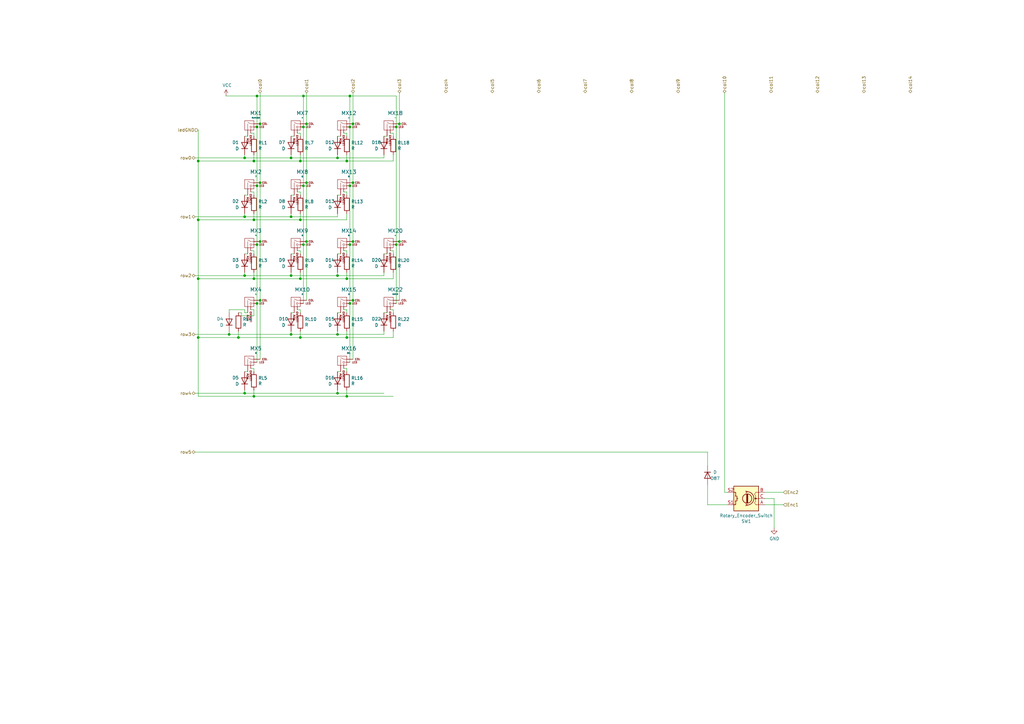
<source format=kicad_sch>
(kicad_sch (version 20250114) (generator "eeschema") (generator_version "9.0")
  (paper "A3")
  (lib_symbols
    (symbol "Device:D" (pin_numbers (hide yes)) (pin_names (offset 1.016) (hide yes))
      (property "Reference" "D" (at 0 2.54 0))
      (property "Value" "D" (at 0 -2.54 0))
      (symbol "D_0_1"
        (polyline (pts (xy -1.27 1.27) (xy -1.27 -1.27)) (stroke (width 0.254)))
        (polyline (pts (xy 1.27 1.27) (xy 1.27 -1.27) (xy -1.27 0) (xy 1.27 1.27)) (stroke (width 0.254)))
        (polyline (pts (xy 1.27 0) (xy -1.27 0)))
      )
      (symbol "D_1_1"
        (pin passive line (at -3.81 0 0) (length 2.54) (name "K") (number "1"))
        (pin passive line (at 3.81 0 180) (length 2.54) (name "A") (number "2"))
      )
    )
    (symbol "Device:R" (pin_numbers (hide yes)) (pin_names (offset 0))
      (property "Reference" "R" (at 2.032 0 90))
      (property "Value" "R" (at 0 0 90))
      (symbol "R_0_1"
        (rectangle (start -1.016 -2.54) (end 1.016 2.54) (stroke (width 0.254)))
      )
      (symbol "R_1_1"
        (pin passive line (at 0 3.81 270) (length 1.27) (name "~") (number "1"))
        (pin passive line (at 0 -3.81 90) (length 1.27) (name "~") (number "2"))
      )
    )
    (symbol "ai03-schematic_library:MX-LED" (pin_names (offset 1.016))
      (property "Reference" "MX" (at -0.635 3.81 0))
      (property "Value" "MX-LED" (at -0.635 1.27 0))
      (symbol "MX-LED_0_0"
        (rectangle (start -2.54 2.54) (end 1.27 -1.27))
        (polyline (pts (xy -1.27 -1.27) (xy -1.27 1.27)) (stroke (width 0.127)))
        (circle (center 0 0) (radius 0.3556) (stroke (width 0.127)))
        (polyline (pts (xy 0 -1.27) (xy 0 -0.635)) (stroke (width 0.127)))
        (polyline (pts (xy 1.27 1.27) (xy 0 1.27) (xy -1.27 1.905)) (stroke (width 0.127)))
        (polyline (pts (xy 1.27 0) (xy 0.635 0)) (stroke (width 0.127)))
        (text "ROW" (at -1.27 -4.445 900) (effects (font (size 0.762 0.762)) (justify right)))
        (text "LED" (at 4.445 0 0) (effects (font (size 0.762 0.762))))
        (text "COL" (at 5.715 1.27 0) (effects (font (size 0.762 0.762))))
      )
      (symbol "MX-LED_1_0"
        (text "LEDGND" (at 0 -3.175 900) (effects (font (size 0.762 0.762)) (justify right)))
      )
      (symbol "MX-LED_1_1"
        (pin passive line (at -1.27 -3.81 90) (length 2.54) (name "ROW") (number "2"))
        (pin passive line (at 0 -2.54 90) (length 1.27) (name "LEDGND") (number "4"))
        (pin input line (at 2.54 0 180) (length 1.27) (name "LED") (number "3"))
        (pin passive line (at 3.81 1.27 180) (length 2.54) (name "COL") (number "1"))
      )
    )
    (symbol "keeb-comps:Rotary_Encoder_Switch" (pin_names (offset 0.254) (hide yes))
      (property "Reference" "SW1" (at 0 9.3218 0))
      (property "Value" "Rotary_Encoder_Switch" (at 0 7.0104 0))
      (symbol "Rotary_Encoder_Switch_0_1"
        (rectangle (start -5.08 5.08) (end 5.08 -5.08) (stroke (width 0.254)) (fill (type background)))
        (polyline (pts (xy -5.08 2.54) (xy -3.81 2.54) (xy -3.81 2.032)))
        (polyline (pts (xy -5.08 0) (xy -3.81 0) (xy -3.81 -1.016) (xy -3.302 -2.032)))
        (polyline (pts (xy -5.08 -2.54) (xy -3.81 -2.54) (xy -3.81 -2.032)))
        (polyline (pts (xy -4.318 0) (xy -3.81 0) (xy -3.81 1.016) (xy -3.302 2.032)))
        (circle (center -3.81 0) (radius 0.254) (fill (type outline)))
        (polyline (pts (xy -0.635 -1.778) (xy -0.635 1.778)) (stroke (width 0.254)))
        (circle (center -0.381 0) (radius 1.905) (stroke (width 0.254)))
        (polyline (pts (xy -0.381 -1.778) (xy -0.381 1.778)) (stroke (width 0.254)))
        (arc (start -0.381 -2.794) (mid -3.0988 -0.0635) (end -0.381 2.667) (stroke (width 0.254)))
        (polyline (pts (xy -0.127 1.778) (xy -0.127 -1.778)) (stroke (width 0.254)))
        (polyline (pts (xy 0.254 2.921) (xy -0.508 2.667) (xy 0.127 2.286)) (stroke (width 0.254)))
        (polyline (pts (xy 0.254 -3.048) (xy -0.508 -2.794) (xy 0.127 -2.413)) (stroke (width 0.254)))
        (polyline (pts (xy 3.81 1.016) (xy 3.81 -1.016)) (stroke (width 0.254)))
        (polyline (pts (xy 3.81 0) (xy 3.429 0)) (stroke (width 0.254)))
        (circle (center 4.318 1.016) (radius 0.127) (stroke (width 0.254)))
        (circle (center 4.318 -1.016) (radius 0.127) (stroke (width 0.254)))
        (polyline (pts (xy 5.08 2.54) (xy 4.318 2.54) (xy 4.318 1.016)) (stroke (width 0.254)))
        (polyline (pts (xy 5.08 -2.54) (xy 4.318 -2.54) (xy 4.318 -1.016)) (stroke (width 0.254)))
      )
      (symbol "Rotary_Encoder_Switch_1_1"
        (pin passive line (at -7.62 2.54 0) (length 2.54) (name "A") (number "A"))
        (pin passive line (at -7.62 0 0) (length 2.54) (name "C") (number "C"))
        (pin passive line (at -7.62 -2.54 0) (length 2.54) (name "B") (number "B"))
        (pin passive line (at 7.62 2.54 180) (length 2.54) (name "S1") (number "S1"))
        (pin passive line (at 7.62 -2.54 180) (length 2.54) (name "S2") (number "S2"))
      )
    )
    (symbol "power:GND" (power) (pin_names (offset 0))
      (property "Value" "GND" (at 0 -3.81 0))
      (symbol "GND_0_1"
        (polyline (pts (xy 0 0) (xy 0 -1.27) (xy 1.27 -1.27) (xy 0 -2.54) (xy -1.27 -1.27) (xy 0 -1.27)))
      )
      (symbol "GND_1_1"
        (pin power_in line (at 0 0 270) (length 0) (hide yes) (name "GND") (number "1"))
      )
    )
    (symbol "power:VCC" (power) (pin_names (offset 0))
      (property "Value" "VCC" (at 0 3.81 0))
      (symbol "VCC_0_1"
        (polyline (pts (xy -0.762 1.27) (xy 0 2.54)))
        (polyline (pts (xy 0 2.54) (xy 0.762 1.27)))
        (polyline (pts (xy 0 0) (xy 0 2.54)))
      )
      (symbol "VCC_1_1"
        (pin power_in line (at 0 0 90) (length 0) (hide yes) (name "VCC") (number "1"))
      )
    )
  )
  (junction (at 119.38 88.9))
  (junction (at 142.24 138.43))
  (junction (at 105.41 100.33))
  (junction (at 142.24 66.04))
  (junction (at 81.28 138.43))
  (junction (at 138.43 113.03))
  (junction (at 123.19 114.3))
  (junction (at 105.41 76.2))
  (junction (at 81.28 66.04))
  (junction (at 142.24 162.56))
  (junction (at 143.51 39.37))
  (junction (at 100.33 64.77))
  (junction (at 106.68 99.06))
  (junction (at 119.38 113.03))
  (junction (at 144.78 74.93))
  (junction (at 138.43 64.77))
  (junction (at 123.19 90.17))
  (junction (at 163.83 50.8))
  (junction (at 105.41 52.07))
  (junction (at 143.51 52.07))
  (junction (at 143.51 100.33))
  (junction (at 144.78 50.8))
  (junction (at 123.19 138.43))
  (junction (at 106.68 74.93))
  (junction (at 125.73 74.93))
  (junction (at 162.56 52.07))
  (junction (at 143.51 76.2))
  (junction (at 104.14 162.56))
  (junction (at 100.33 88.9))
  (junction (at 119.38 64.77))
  (junction (at 125.73 50.8))
  (junction (at 119.38 137.16))
  (junction (at 106.68 123.19))
  (junction (at 106.68 50.8))
  (junction (at 124.46 76.2))
  (junction (at 143.51 124.46))
  (junction (at 163.83 99.06))
  (junction (at 144.78 123.19))
  (junction (at 124.46 100.33))
  (junction (at 100.33 113.03))
  (junction (at 104.14 90.17))
  (junction (at 142.24 114.3))
  (junction (at 124.46 52.07))
  (junction (at 93.98 137.16))
  (junction (at 123.19 66.04))
  (junction (at 97.79 138.43))
  (junction (at 125.73 99.06))
  (junction (at 105.41 124.46))
  (junction (at 81.28 114.3))
  (junction (at 105.41 39.37))
  (junction (at 138.43 161.29))
  (junction (at 104.14 66.04))
  (junction (at 100.33 161.29))
  (junction (at 104.14 114.3))
  (junction (at 162.56 100.33))
  (junction (at 144.78 99.06))
  (junction (at 124.46 39.37))
  (junction (at 81.28 90.17))
  (junction (at 138.43 137.16))
  (wire (pts (xy 138.43 55.88) (xy 139.7 55.88)))
  (wire (pts (xy 80.01 137.16) (xy 93.98 137.16)))
  (wire (pts (xy 121.92 54.61) (xy 123.19 54.61)))
  (wire (pts (xy 124.46 39.37) (xy 124.46 52.07)))
  (wire (pts (xy 123.19 127) (xy 123.19 128.27)))
  (wire (pts (xy 106.68 123.19) (xy 106.68 147.32)))
  (wire (pts (xy 100.33 128.27) (xy 100.33 127)))
  (wire (pts (xy 321.31 207.01) (xy 313.69 207.01)))
  (wire (pts (xy 100.33 55.88) (xy 101.6 55.88)))
  (wire (pts (xy 142.24 160.02) (xy 142.24 162.56)))
  (wire (pts (xy 142.24 78.74) (xy 142.24 80.01)))
  (wire (pts (xy 142.24 111.76) (xy 142.24 114.3)))
  (wire (pts (xy 123.19 90.17) (xy 142.24 90.17)))
  (wire (pts (xy 104.14 54.61) (xy 104.14 55.88)))
  (wire (pts (xy 81.28 90.17) (xy 104.14 90.17)))
  (wire (pts (xy 142.24 54.61) (xy 142.24 55.88)))
  (wire (pts (xy 104.14 66.04) (xy 123.19 66.04)))
  (wire (pts (xy 106.68 38.1) (xy 106.68 50.8)))
  (wire (pts (xy 104.14 90.17) (xy 123.19 90.17)))
  (wire (pts (xy 138.43 152.4) (xy 139.7 152.4)))
  (wire (pts (xy 119.38 104.14) (xy 120.65 104.14)))
  (wire (pts (xy 297.18 38.1) (xy 297.18 201.93)))
  (wire (pts (xy 290.195 207.01) (xy 298.45 207.01)))
  (wire (pts (xy 104.14 102.87) (xy 104.14 104.14)))
  (wire (pts (xy 138.43 80.01) (xy 139.7 80.01)))
  (wire (pts (xy 119.38 55.88) (xy 120.65 55.88)))
  (wire (pts (xy 119.38 128.27) (xy 120.65 128.27)))
  (wire (pts (xy 142.24 127) (xy 142.24 128.27)))
  (wire (pts (xy 321.31 201.93) (xy 313.69 201.93)))
  (wire (pts (xy 143.51 124.46) (xy 143.51 148.59)))
  (wire (pts (xy 138.43 135.89) (xy 138.43 137.16)))
  (wire (pts (xy 119.38 88.9) (xy 138.43 88.9)))
  (wire (pts (xy 81.28 162.56) (xy 104.14 162.56)))
  (wire (pts (xy 102.87 78.74) (xy 104.14 78.74)))
  (wire (pts (xy 144.78 38.1) (xy 144.78 50.8)))
  (wire (pts (xy 97.79 135.89) (xy 97.79 138.43)))
  (wire (pts (xy 121.92 127) (xy 123.19 127)))
  (wire (pts (xy 142.24 102.87) (xy 142.24 104.14)))
  (wire (pts (xy 81.28 138.43) (xy 97.79 138.43)))
  (wire (pts (xy 105.41 52.07) (xy 105.41 39.37)))
  (wire (pts (xy 138.43 87.63) (xy 138.43 88.9)))
  (wire (pts (xy 106.68 74.93) (xy 106.68 99.06)))
  (wire (pts (xy 123.19 114.3) (xy 142.24 114.3)))
  (wire (pts (xy 144.78 50.8) (xy 144.78 74.93)))
  (wire (pts (xy 157.48 137.16) (xy 157.48 135.89)))
  (wire (pts (xy 104.14 114.3) (xy 123.19 114.3)))
  (wire (pts (xy 163.83 99.06) (xy 163.83 123.19)))
  (wire (pts (xy 81.28 53.34) (xy 81.28 66.04)))
  (wire (pts (xy 100.33 88.9) (xy 119.38 88.9)))
  (wire (pts (xy 123.19 78.74) (xy 123.19 80.01)))
  (wire (pts (xy 81.28 90.17) (xy 81.28 114.3)))
  (wire (pts (xy 100.33 80.01) (xy 101.6 80.01)))
  (wire (pts (xy 102.87 151.13) (xy 104.14 151.13)))
  (wire (pts (xy 157.48 104.14) (xy 158.75 104.14)))
  (wire (pts (xy 119.38 87.63) (xy 119.38 88.9)))
  (wire (pts (xy 290.195 185.42) (xy 290.195 191.135)))
  (wire (pts (xy 124.46 76.2) (xy 124.46 100.33)))
  (wire (pts (xy 81.28 66.04) (xy 104.14 66.04)))
  (wire (pts (xy 157.48 128.27) (xy 158.75 128.27)))
  (wire (pts (xy 143.51 39.37) (xy 143.51 52.07)))
  (wire (pts (xy 119.38 111.76) (xy 119.38 113.03)))
  (wire (pts (xy 104.14 127) (xy 104.14 129.54)))
  (wire (pts (xy 142.24 63.5) (xy 142.24 66.04)))
  (wire (pts (xy 138.43 128.27) (xy 139.7 128.27)))
  (wire (pts (xy 102.87 102.87) (xy 104.14 102.87)))
  (wire (pts (xy 162.56 39.37) (xy 162.56 52.07)))
  (wire (pts (xy 160.02 102.87) (xy 161.29 102.87)))
  (wire (pts (xy 143.51 100.33) (xy 143.51 124.46)))
  (wire (pts (xy 123.19 66.04) (xy 142.24 66.04)))
  (wire (pts (xy 144.78 123.19) (xy 144.78 147.32)))
  (wire (pts (xy 125.73 50.8) (xy 125.73 74.93)))
  (wire (pts (xy 313.69 204.47) (xy 317.5 204.47)))
  (wire (pts (xy 163.83 38.1) (xy 163.83 50.8)))
  (wire (pts (xy 142.24 135.89) (xy 142.24 138.43)))
  (wire (pts (xy 121.92 78.74) (xy 123.19 78.74)))
  (wire (pts (xy 161.29 102.87) (xy 161.29 104.14)))
  (wire (pts (xy 100.33 160.02) (xy 100.33 161.29)))
  (wire (pts (xy 290.195 198.755) (xy 290.195 207.01)))
  (wire (pts (xy 119.38 137.16) (xy 138.43 137.16)))
  (wire (pts (xy 123.19 111.76) (xy 123.19 114.3)))
  (wire (pts (xy 119.38 80.01) (xy 120.65 80.01)))
  (wire (pts (xy 144.78 99.06) (xy 144.78 123.19)))
  (wire (pts (xy 123.19 135.89) (xy 123.19 138.43)))
  (wire (pts (xy 123.19 63.5) (xy 123.19 66.04)))
  (wire (pts (xy 157.48 55.88) (xy 158.75 55.88)))
  (wire (pts (xy 143.51 39.37) (xy 162.56 39.37)))
  (wire (pts (xy 80.01 88.9) (xy 100.33 88.9)))
  (wire (pts (xy 104.14 160.02) (xy 104.14 162.56)))
  (wire (pts (xy 140.97 54.61) (xy 142.24 54.61)))
  (wire (pts (xy 100.33 64.77) (xy 119.38 64.77)))
  (wire (pts (xy 119.38 63.5) (xy 119.38 64.77)))
  (wire (pts (xy 161.29 54.61) (xy 161.29 55.88)))
  (wire (pts (xy 104.14 111.76) (xy 104.14 114.3)))
  (wire (pts (xy 123.19 138.43) (xy 142.24 138.43)))
  (wire (pts (xy 100.33 87.63) (xy 100.33 88.9)))
  (wire (pts (xy 104.14 78.74) (xy 104.14 80.01)))
  (wire (pts (xy 124.46 39.37) (xy 143.51 39.37)))
  (wire (pts (xy 99.06 128.27) (xy 99.06 129.54)))
  (wire (pts (xy 93.98 127) (xy 93.98 128.27)))
  (wire (pts (xy 138.43 111.76) (xy 138.43 113.03)))
  (wire (pts (xy 140.97 102.87) (xy 142.24 102.87)))
  (wire (pts (xy 157.48 63.5) (xy 157.48 64.77)))
  (wire (pts (xy 106.68 99.06) (xy 106.68 123.19)))
  (wire (pts (xy 142.24 138.43) (xy 161.29 138.43)))
  (wire (pts (xy 142.24 87.63) (xy 142.24 90.17)))
  (wire (pts (xy 105.41 52.07) (xy 105.41 76.2)))
  (wire (pts (xy 102.87 54.61) (xy 104.14 54.61)))
  (wire (pts (xy 142.24 162.56) (xy 161.29 162.56)))
  (wire (pts (xy 104.14 63.5) (xy 104.14 66.04)))
  (wire (pts (xy 93.98 135.89) (xy 93.98 137.16)))
  (wire (pts (xy 119.38 113.03) (xy 138.43 113.03)))
  (wire (pts (xy 142.24 66.04) (xy 161.29 66.04)))
  (wire (pts (xy 142.24 151.13) (xy 142.24 152.4)))
  (wire (pts (xy 138.43 160.02) (xy 138.43 161.29)))
  (wire (pts (xy 140.97 151.13) (xy 142.24 151.13)))
  (wire (pts (xy 100.33 127) (xy 93.98 127)))
  (wire (pts (xy 93.98 137.16) (xy 119.38 137.16)))
  (wire (pts (xy 80.01 161.29) (xy 100.33 161.29)))
  (wire (pts (xy 123.19 102.87) (xy 123.19 104.14)))
  (wire (pts (xy 100.33 111.76) (xy 100.33 113.03)))
  (wire (pts (xy 105.41 76.2) (xy 105.41 100.33)))
  (wire (pts (xy 138.43 137.16) (xy 157.48 137.16)))
  (wire (pts (xy 138.43 113.03) (xy 157.48 113.03)))
  (wire (pts (xy 124.46 52.07) (xy 124.46 76.2)))
  (wire (pts (xy 99.06 129.54) (xy 104.14 129.54)))
  (wire (pts (xy 143.51 76.2) (xy 143.51 100.33)))
  (wire (pts (xy 81.28 66.04) (xy 81.28 90.17)))
  (wire (pts (xy 119.38 135.89) (xy 119.38 137.16)))
  (wire (pts (xy 80.01 185.42) (xy 290.195 185.42)))
  (wire (pts (xy 102.87 127) (xy 104.14 127)))
  (wire (pts (xy 92.71 39.37) (xy 105.41 39.37)))
  (wire (pts (xy 97.79 128.27) (xy 99.06 128.27)))
  (wire (pts (xy 138.43 161.29) (xy 157.48 161.29)))
  (wire (pts (xy 100.33 152.4) (xy 101.6 152.4)))
  (wire (pts (xy 100.33 63.5) (xy 100.33 64.77)))
  (wire (pts (xy 80.01 113.03) (xy 100.33 113.03)))
  (wire (pts (xy 162.56 52.07) (xy 162.56 100.33)))
  (wire (pts (xy 162.56 100.33) (xy 162.56 124.46)))
  (wire (pts (xy 125.73 99.06) (xy 125.73 123.19)))
  (wire (pts (xy 138.43 63.5) (xy 138.43 64.77)))
  (wire (pts (xy 119.38 64.77) (xy 138.43 64.77)))
  (wire (pts (xy 163.83 50.8) (xy 163.83 99.06)))
  (wire (pts (xy 125.73 74.93) (xy 125.73 99.06)))
  (wire (pts (xy 97.79 138.43) (xy 123.19 138.43)))
  (wire (pts (xy 105.41 100.33) (xy 105.41 124.46)))
  (wire (pts (xy 160.02 54.61) (xy 161.29 54.61)))
  (wire (pts (xy 100.33 104.14) (xy 101.6 104.14)))
  (wire (pts (xy 317.5 204.47) (xy 317.5 216.535)))
  (wire (pts (xy 123.19 87.63) (xy 123.19 90.17)))
  (wire (pts (xy 105.41 124.46) (xy 105.41 148.59)))
  (wire (pts (xy 123.19 54.61) (xy 123.19 55.88)))
  (wire (pts (xy 100.33 113.03) (xy 119.38 113.03)))
  (wire (pts (xy 80.01 64.77) (xy 100.33 64.77)))
  (wire (pts (xy 161.29 63.5) (xy 161.29 66.04)))
  (wire (pts (xy 140.97 78.74) (xy 142.24 78.74)))
  (wire (pts (xy 105.41 39.37) (xy 124.46 39.37)))
  (wire (pts (xy 160.02 127) (xy 161.29 127)))
  (wire (pts (xy 81.28 114.3) (xy 104.14 114.3)))
  (wire (pts (xy 161.29 138.43) (xy 161.29 135.89)))
  (wire (pts (xy 143.51 52.07) (xy 143.51 76.2)))
  (wire (pts (xy 161.29 127) (xy 161.29 128.27)))
  (wire (pts (xy 138.43 64.77) (xy 157.48 64.77)))
  (wire (pts (xy 297.18 201.93) (xy 298.45 201.93)))
  (wire (pts (xy 161.29 111.76) (xy 161.29 114.3)))
  (wire (pts (xy 121.92 102.87) (xy 123.19 102.87)))
  (wire (pts (xy 124.46 100.33) (xy 124.46 124.46)))
  (wire (pts (xy 106.68 50.8) (xy 106.68 74.93)))
  (wire (pts (xy 138.43 104.14) (xy 139.7 104.14)))
  (wire (pts (xy 100.33 128.27) (xy 101.6 128.27)))
  (wire (pts (xy 144.78 74.93) (xy 144.78 99.06)))
  (wire (pts (xy 104.14 151.13) (xy 104.14 152.4)))
  (wire (pts (xy 104.14 162.56) (xy 142.24 162.56)))
  (wire (pts (xy 100.33 161.29) (xy 138.43 161.29)))
  (wire (pts (xy 142.24 114.3) (xy 161.29 114.3)))
  (wire (pts (xy 157.48 111.76) (xy 157.48 113.03)))
  (wire (pts (xy 140.97 127) (xy 142.24 127)))
  (wire (pts (xy 81.28 114.3) (xy 81.28 138.43)))
  (wire (pts (xy 81.28 138.43) (xy 81.28 162.56)))
  (wire (pts (xy 104.14 87.63) (xy 104.14 90.17)))
  (wire (pts (xy 125.73 38.1) (xy 125.73 50.8)))
  (hierarchical_label "ledGND" (shape input) (at 81.28 53.34 180))
  (hierarchical_label "Enc2" (shape input) (at 321.31 201.93 0))
  (hierarchical_label "col13" (shape tri_state) (at 354.33 38.1 90))
  (hierarchical_label "col10" (shape tri_state) (at 297.18 38.1 90))
  (hierarchical_label "col4" (shape tri_state) (at 182.88 38.1 90))
  (hierarchical_label "col0" (shape tri_state) (at 106.68 38.1 90))
  (hierarchical_label "col6" (shape tri_state) (at 220.98 38.1 90))
  (hierarchical_label "col2" (shape tri_state) (at 144.78 38.1 90))
  (hierarchical_label "col9" (shape tri_state) (at 278.13 38.1 90))
  (hierarchical_label "row3" (shape tri_state) (at 80.01 137.16 180))
  (hierarchical_label "row2" (shape tri_state) (at 80.01 113.03 180))
  (hierarchical_label "col14" (shape tri_state) (at 373.38 38.1 90))
  (hierarchical_label "col5" (shape tri_state) (at 201.93 38.1 90))
  (hierarchical_label "row1" (shape tri_state) (at 80.01 88.9 180))
  (hierarchical_label "col8" (shape tri_state) (at 259.08 38.1 90))
  (hierarchical_label "Enc1" (shape input) (at 321.31 207.01 0))
  (hierarchical_label "col1" (shape tri_state) (at 125.73 38.1 90))
  (hierarchical_label "row0" (shape tri_state) (at 80.01 64.77 180))
  (hierarchical_label "col11" (shape tri_state) (at 316.23 38.1 90))
  (hierarchical_label "col7" (shape tri_state) (at 240.03 38.1 90))
  (hierarchical_label "col12" (shape tri_state) (at 335.28 38.1 90))
  (hierarchical_label "col3" (shape tri_state) (at 163.83 38.1 90))
  (hierarchical_label "row4" (shape tri_state) (at 80.01 161.29 180))
  (hierarchical_label "row5" (shape bidirectional) (at 80.01 185.42 180))
  (symbol (lib_id "ai03-schematic_library:MX-LED") (at 102.87 52.07 0) (unit 1)
    (property "Reference" "MX1" (at 104.9528 46.3804 0) (effects (font (size 1.524 1.524))))
    (property "Value" "NumLock" (at 104.9528 48.2854 0) (effects (font (size 0.508 0.508))))
    (property "Footprint" "ai03-MX_only:MXOnly-1U-Hotswap-Antishear-Led-SMD" (effects (hide yes)))
  )
  (symbol (lib_id "ai03-schematic_library:MX-LED") (at 121.92 52.07 0) (unit 1)
    (property "Reference" "MX7" (at 124.0028 46.4058 0) (effects (font (size 1.524 1.524))))
    (property "Value" "÷" (at 124.0028 48.2854 0) (effects (font (size 0.508 0.508))))
    (property "Footprint" "ai03-MX_only:MXOnly-1U-Hotswap-Antishear-Led-SMD" (effects (hide yes)))
  )
  (symbol (lib_id "ai03-schematic_library:MX-LED") (at 140.97 52.07 0) (unit 1)
    (property "Reference" "MX12" (at 143.0528 46.4058 0) (effects (font (size 1.524 1.524))))
    (property "Value" "×" (at 143.0528 48.2854 0) (effects (font (size 0.508 0.508))))
    (property "Footprint" "ai03-MX_only:MXOnly-1U-Hotswap-Antishear-Led-SMD" (effects (hide yes)))
  )
  (symbol (lib_id "ai03-schematic_library:MX-LED") (at 160.02 52.07 0) (unit 1)
    (property "Reference" "MX18" (at 162.1028 46.4058 0) (effects (font (size 1.524 1.524))))
    (property "Value" "-" (at 162.1028 48.2854 0) (effects (font (size 0.508 0.508))))
    (property "Footprint" "ai03-MX_only:MXOnly-1U-Hotswap-Antishear-Led-SMD" (effects (hide yes)))
  )
  (symbol (lib_id "Device:R") (at 104.14 156.21 0) (unit 1)
    (property "Reference" "RL5" (at 105.918 155.067 0) (effects (justify left)))
    (property "Value" "R" (at 105.918 157.353 0) (effects (justify left)))
    (property "Footprint" "Resistor_SMD:R_0603_1608Metric" (effects (hide yes)))
  )
  (symbol (lib_id "Device:D") (at 100.33 156.21 90) (unit 1)
    (property "Reference" "D5" (at 95.25 154.94 90) (effects (justify right)))
    (property "Value" "D" (at 96.52 157.48 90) (effects (justify right)))
    (property "Footprint" "Diode_SMD:D_SOD-123" (effects (hide yes)))
  )
  (symbol (lib_id "ai03-schematic_library:MX-LED") (at 102.87 148.59 0) (unit 1)
    (property "Reference" "MX5" (at 104.9528 142.9258 0) (effects (font (size 1.524 1.524))))
    (property "Value" "0" (at 104.9528 144.8054 0) (effects (font (size 0.508 0.508))))
    (property "Footprint" "ai03-MX_only:MXOnly-2U-Hotswap-Antishear-Led-SMD" (effects (hide yes)))
  )
  (symbol (lib_id "Device:D") (at 100.33 59.69 90) (unit 1)
    (property "Reference" "D1" (at 95.25 58.42 90) (effects (justify right)))
    (property "Value" "D" (at 96.52 60.96 90) (effects (justify right)))
    (property "Footprint" "Diode_SMD:D_SOD-123" (effects (hide yes)))
  )
  (symbol (lib_id "Device:R") (at 104.14 59.69 0) (unit 1)
    (property "Reference" "RL1" (at 105.918 58.547 0) (effects (justify left)))
    (property "Value" "R" (at 105.918 60.833 0) (effects (justify left)))
    (property "Footprint" "Resistor_SMD:R_0603_1608Metric" (effects (hide yes)))
  )
  (symbol (lib_id "Device:R") (at 123.19 59.69 0) (unit 1)
    (property "Reference" "RL7" (at 124.968 58.547 0) (effects (justify left)))
    (property "Value" "R" (at 124.968 60.833 0) (effects (justify left)))
    (property "Footprint" "Resistor_SMD:R_0603_1608Metric" (effects (hide yes)))
  )
  (symbol (lib_id "Device:D") (at 119.38 59.69 90) (unit 1)
    (property "Reference" "D7" (at 114.3 58.42 90) (effects (justify right)))
    (property "Value" "D" (at 115.57 60.96 90) (effects (justify right)))
    (property "Footprint" "Diode_SMD:D_SOD-123" (effects (hide yes)))
  )
  (symbol (lib_id "Device:R") (at 142.24 59.69 0) (unit 1)
    (property "Reference" "RL12" (at 144.018 58.547 0) (effects (justify left)))
    (property "Value" "R" (at 144.018 60.833 0) (effects (justify left)))
    (property "Footprint" "Resistor_SMD:R_0603_1608Metric" (effects (hide yes)))
  )
  (symbol (lib_id "Device:D") (at 138.43 59.69 90) (unit 1)
    (property "Reference" "D12" (at 133.35 58.42 90) (effects (justify right)))
    (property "Value" "D" (at 134.62 60.96 90) (effects (justify right)))
    (property "Footprint" "Diode_SMD:D_SOD-123" (effects (hide yes)))
  )
  (symbol (lib_id "Device:R") (at 161.29 59.69 0) (unit 1)
    (property "Reference" "RL18" (at 163.068 58.547 0) (effects (justify left)))
    (property "Value" "R" (at 163.068 60.833 0) (effects (justify left)))
    (property "Footprint" "Resistor_SMD:R_0603_1608Metric" (effects (hide yes)))
  )
  (symbol (lib_id "Device:D") (at 157.48 59.69 90) (unit 1)
    (property "Reference" "D18" (at 152.4 58.42 90) (effects (justify right)))
    (property "Value" "D" (at 153.67 60.96 90) (effects (justify right)))
    (property "Footprint" "Diode_SMD:D_SOD-123" (effects (hide yes)))
  )
  (symbol (lib_id "power:VCC") (at 92.71 39.37 0) (unit 1)
    (property "Reference" "#PWR0124" (effects (hide yes)))
    (property "Value" "VCC" (at 93.1418 34.9758 0))
  )
  (symbol (lib_id "ai03-schematic_library:MX-LED") (at 140.97 76.2 0) (unit 1)
    (property "Reference" "MX13" (at 143.0528 70.5358 0) (effects (font (size 1.524 1.524))))
    (property "Value" "9" (at 143.0528 72.4154 0) (effects (font (size 0.508 0.508))))
    (property "Footprint" "ai03-MX_only:MXOnly-1U-Hotswap-Antishear-Led-SMD" (effects (hide yes)))
  )
  (symbol (lib_id "ai03-schematic_library:MX-LED") (at 102.87 76.2 0) (unit 1)
    (property "Reference" "MX2" (at 104.9528 70.5104 0) (effects (font (size 1.524 1.524))))
    (property "Value" "7" (at 104.9528 72.4154 0) (effects (font (size 0.508 0.508))))
    (property "Footprint" "ai03-MX_only:MXOnly-1U-Hotswap-Antishear-Led-SMD" (effects (hide yes)))
  )
  (symbol (lib_id "ai03-schematic_library:MX-LED") (at 121.92 76.2 0) (unit 1)
    (property "Reference" "MX8" (at 124.0028 70.5358 0) (effects (font (size 1.524 1.524))))
    (property "Value" "8" (at 124.0028 72.4154 0) (effects (font (size 0.508 0.508))))
    (property "Footprint" "ai03-MX_only:MXOnly-1U-Hotswap-Antishear-Led-SMD" (effects (hide yes)))
  )
  (symbol (lib_id "Device:D") (at 119.38 83.82 90) (unit 1)
    (property "Reference" "D8" (at 114.3 82.55 90) (effects (justify right)))
    (property "Value" "D" (at 115.57 85.09 90) (effects (justify right)))
    (property "Footprint" "Diode_SMD:D_SOD-123" (effects (hide yes)))
  )
  (symbol (lib_id "Device:R") (at 104.14 83.82 0) (unit 1)
    (property "Reference" "RL2" (at 105.918 82.677 0) (effects (justify left)))
    (property "Value" "R" (at 105.918 84.963 0) (effects (justify left)))
    (property "Footprint" "Resistor_SMD:R_0603_1608Metric" (effects (hide yes)))
  )
  (symbol (lib_id "Device:D") (at 138.43 83.82 90) (unit 1)
    (property "Reference" "D13" (at 133.35 82.55 90) (effects (justify right)))
    (property "Value" "D" (at 134.62 85.09 90) (effects (justify right)))
    (property "Footprint" "Diode_SMD:D_SOD-123" (effects (hide yes)))
  )
  (symbol (lib_id "Device:R") (at 123.19 83.82 0) (unit 1)
    (property "Reference" "RL8" (at 124.968 82.677 0) (effects (justify left)))
    (property "Value" "R" (at 124.968 84.963 0) (effects (justify left)))
    (property "Footprint" "Resistor_SMD:R_0603_1608Metric" (effects (hide yes)))
  )
  (symbol (lib_id "Device:R") (at 142.24 83.82 0) (unit 1)
    (property "Reference" "RL13" (at 144.018 82.677 0) (effects (justify left)))
    (property "Value" "R" (at 144.018 84.963 0) (effects (justify left)))
    (property "Footprint" "Resistor_SMD:R_0603_1608Metric" (effects (hide yes)))
  )
  (symbol (lib_id "Device:D") (at 100.33 83.82 90) (unit 1)
    (property "Reference" "D2" (at 95.25 82.55 90) (effects (justify right)))
    (property "Value" "D" (at 96.52 85.09 90) (effects (justify right)))
    (property "Footprint" "Diode_SMD:D_SOD-123" (effects (hide yes)))
  )
  (symbol (lib_id "ai03-schematic_library:MX-LED") (at 160.02 100.33 0) (unit 1)
    (property "Reference" "MX20" (at 162.1028 94.6658 0) (effects (font (size 1.524 1.524))))
    (property "Value" "+" (at 162.1028 96.5454 0) (effects (font (size 0.508 0.508))))
    (property "Footprint" "ai03-MX_only:MXOnly-2U-Hotswap-Antishear-Led-SMD" (effects (hide yes)))
  )
  (symbol (lib_id "ai03-schematic_library:MX-LED") (at 140.97 100.33 0) (unit 1)
    (property "Reference" "MX14" (at 143.0528 94.6658 0) (effects (font (size 1.524 1.524))))
    (property "Value" "6" (at 143.0528 96.5454 0) (effects (font (size 0.508 0.508))))
    (property "Footprint" "ai03-MX_only:MXOnly-1U-Hotswap-Antishear-Led-SMD" (effects (hide yes)))
  )
  (symbol (lib_id "ai03-schematic_library:MX-LED") (at 102.87 100.33 0) (unit 1)
    (property "Reference" "MX3" (at 104.9528 94.6404 0) (effects (font (size 1.524 1.524))))
    (property "Value" "4" (at 104.9528 96.5454 0) (effects (font (size 0.508 0.508))))
    (property "Footprint" "ai03-MX_only:MXOnly-1U-Hotswap-Antishear-Led-SMD" (effects (hide yes)))
  )
  (symbol (lib_id "ai03-schematic_library:MX-LED") (at 121.92 100.33 0) (unit 1)
    (property "Reference" "MX9" (at 124.0028 94.6658 0) (effects (font (size 1.524 1.524))))
    (property "Value" "5" (at 124.0028 96.5454 0) (effects (font (size 0.508 0.508))))
    (property "Footprint" "ai03-MX_only:MXOnly-1U-Hotswap-Antishear-Led-SMD" (effects (hide yes)))
  )
  (symbol (lib_id "Device:D") (at 119.38 107.95 90) (unit 1)
    (property "Reference" "D9" (at 114.3 106.68 90) (effects (justify right)))
    (property "Value" "D" (at 115.57 109.22 90) (effects (justify right)))
    (property "Footprint" "Diode_SMD:D_SOD-123" (effects (hide yes)))
  )
  (symbol (lib_id "Device:D") (at 157.48 107.95 90) (unit 1)
    (property "Reference" "D20" (at 152.4 106.68 90) (effects (justify right)))
    (property "Value" "D" (at 153.67 109.22 90) (effects (justify right)))
    (property "Footprint" "Diode_SMD:D_SOD-123" (effects (hide yes)))
  )
  (symbol (lib_id "Device:R") (at 104.14 107.95 0) (unit 1)
    (property "Reference" "RL3" (at 105.918 106.807 0) (effects (justify left)))
    (property "Value" "R" (at 105.918 109.093 0) (effects (justify left)))
    (property "Footprint" "Resistor_SMD:R_0603_1608Metric" (effects (hide yes)))
  )
  (symbol (lib_id "Device:D") (at 138.43 107.95 90) (unit 1)
    (property "Reference" "D14" (at 133.35 106.68 90) (effects (justify right)))
    (property "Value" "D" (at 134.62 109.22 90) (effects (justify right)))
    (property "Footprint" "Diode_SMD:D_SOD-123" (effects (hide yes)))
  )
  (symbol (lib_id "Device:R") (at 161.29 107.95 0) (unit 1)
    (property "Reference" "RL20" (at 163.068 106.807 0) (effects (justify left)))
    (property "Value" "R" (at 163.068 109.093 0) (effects (justify left)))
    (property "Footprint" "Resistor_SMD:R_0603_1608Metric" (effects (hide yes)))
  )
  (symbol (lib_id "Device:R") (at 123.19 107.95 0) (unit 1)
    (property "Reference" "RL9" (at 124.968 106.807 0) (effects (justify left)))
    (property "Value" "R" (at 124.968 109.093 0) (effects (justify left)))
    (property "Footprint" "Resistor_SMD:R_0603_1608Metric" (effects (hide yes)))
  )
  (symbol (lib_id "Device:R") (at 142.24 107.95 0) (unit 1)
    (property "Reference" "RL14" (at 144.018 106.807 0) (effects (justify left)))
    (property "Value" "R" (at 144.018 109.093 0) (effects (justify left)))
    (property "Footprint" "Resistor_SMD:R_0603_1608Metric" (effects (hide yes)))
  )
  (symbol (lib_id "Device:D") (at 100.33 107.95 90) (unit 1)
    (property "Reference" "D3" (at 95.25 106.68 90) (effects (justify right)))
    (property "Value" "D" (at 96.52 109.22 90) (effects (justify right)))
    (property "Footprint" "Diode_SMD:D_SOD-123" (effects (hide yes)))
  )
  (symbol (lib_id "ai03-schematic_library:MX-LED") (at 140.97 124.46 0) (unit 1)
    (property "Reference" "MX15" (at 143.0528 118.7958 0) (effects (font (size 1.524 1.524))))
    (property "Value" "3" (at 143.0528 120.6754 0) (effects (font (size 0.508 0.508))))
    (property "Footprint" "ai03-MX_only:MXOnly-1U-Hotswap-Antishear-Led-SMD" (effects (hide yes)))
  )
  (symbol (lib_id "ai03-schematic_library:MX-LED") (at 121.92 124.46 0) (unit 1)
    (property "Reference" "MX10" (at 124.0028 118.7958 0) (effects (font (size 1.524 1.524))))
    (property "Value" "2" (at 124.0028 120.6754 0) (effects (font (size 0.508 0.508))))
    (property "Footprint" "ai03-MX_only:MXOnly-1U-Hotswap-Antishear-Led-SMD" (effects (hide yes)))
  )
  (symbol (lib_id "Device:D") (at 119.38 132.08 90) (unit 1)
    (property "Reference" "D10" (at 114.3 130.81 90) (effects (justify right)))
    (property "Value" "D" (at 115.57 133.35 90) (effects (justify right)))
    (property "Footprint" "Diode_SMD:D_SOD-123" (effects (hide yes)))
  )
  (symbol (lib_id "Device:D") (at 138.43 132.08 90) (unit 1)
    (property "Reference" "D15" (at 133.35 130.81 90) (effects (justify right)))
    (property "Value" "D" (at 134.62 133.35 90) (effects (justify right)))
    (property "Footprint" "Diode_SMD:D_SOD-123" (effects (hide yes)))
  )
  (symbol (lib_id "Device:R") (at 123.19 132.08 0) (unit 1)
    (property "Reference" "RL10" (at 124.968 130.937 0) (effects (justify left)))
    (property "Value" "R" (at 124.968 133.223 0) (effects (justify left)))
    (property "Footprint" "Resistor_SMD:R_0603_1608Metric" (effects (hide yes)))
  )
  (symbol (lib_id "Device:R") (at 142.24 132.08 0) (unit 1)
    (property "Reference" "RL15" (at 144.018 130.937 0) (effects (justify left)))
    (property "Value" "R" (at 144.018 133.223 0) (effects (justify left)))
    (property "Footprint" "Resistor_SMD:R_0603_1608Metric" (effects (hide yes)))
  )
  (symbol (lib_id "ai03-schematic_library:MX-LED") (at 160.02 124.46 0) (unit 1)
    (property "Reference" "MX22" (at 162.1028 118.7958 0) (effects (font (size 1.524 1.524))))
    (property "Value" "ENTER" (at 162.1028 120.6754 0) (effects (font (size 0.508 0.508))))
    (property "Footprint" "ai03-MX_only:MXOnly-2U-Hotswap-Antishear-Led-SMD" (effects (hide yes)))
  )
  (symbol (lib_id "ai03-schematic_library:MX-LED") (at 140.97 148.59 0) (unit 1)
    (property "Reference" "MX16" (at 143.0528 142.9258 0) (effects (font (size 1.524 1.524))))
    (property "Value" "DEL" (at 143.0528 144.8054 0) (effects (font (size 0.508 0.508))))
    (property "Footprint" "ai03-MX_only:MXOnly-1U-Hotswap-Antishear-Led-SMD" (effects (hide yes)))
  )
  (symbol (lib_id "ai03-schematic_library:MX-LED") (at 102.87 124.46 0) (unit 1)
    (property "Reference" "MX4" (at 104.9528 118.7704 0) (effects (font (size 1.524 1.524))))
    (property "Value" "1" (at 104.9528 120.6754 0) (effects (font (size 0.508 0.508))))
    (property "Footprint" "ai03-MX_only:MXOnly-1U-Hotswap-Antishear-Led-SMD" (effects (hide yes)))
  )
  (symbol (lib_id "Device:D") (at 157.48 132.08 90) (unit 1)
    (property "Reference" "D22" (at 152.4 130.81 90) (effects (justify right)))
    (property "Value" "D" (at 153.67 133.35 90) (effects (justify right)))
    (property "Footprint" "Diode_SMD:D_SOD-123" (effects (hide yes)))
  )
  (symbol (lib_id "Device:R") (at 97.79 132.08 0) (unit 1)
    (property "Reference" "RL4" (at 99.568 130.937 0) (effects (justify left)))
    (property "Value" "R" (at 99.568 133.223 0) (effects (justify left)))
    (property "Footprint" "Resistor_SMD:R_0603_1608Metric" (effects (hide yes)))
  )
  (symbol (lib_id "Device:D") (at 138.43 156.21 90) (unit 1)
    (property "Reference" "D16" (at 133.35 154.94 90) (effects (justify right)))
    (property "Value" "D" (at 134.62 157.48 90) (effects (justify right)))
    (property "Footprint" "Diode_SMD:D_SOD-123" (effects (hide yes)))
  )
  (symbol (lib_id "Device:R") (at 161.29 132.08 0) (unit 1)
    (property "Reference" "RL22" (at 163.068 130.937 0) (effects (justify left)))
    (property "Value" "R" (at 163.068 133.223 0) (effects (justify left)))
    (property "Footprint" "Resistor_SMD:R_0603_1608Metric" (effects (hide yes)))
  )
  (symbol (lib_id "Device:R") (at 142.24 156.21 0) (unit 1)
    (property "Reference" "RL16" (at 144.018 155.067 0) (effects (justify left)))
    (property "Value" "R" (at 144.018 157.353 0) (effects (justify left)))
    (property "Footprint" "Resistor_SMD:R_0603_1608Metric" (effects (hide yes)))
  )
  (symbol (lib_id "Device:D") (at 93.98 132.08 90) (unit 1)
    (property "Reference" "D4" (at 88.9 130.81 90) (effects (justify right)))
    (property "Value" "D" (at 90.17 133.35 90) (effects (justify right)))
    (property "Footprint" "Diode_SMD:D_SOD-123" (effects (hide yes)))
  )
  (symbol (lib_id "power:GND") (at 317.5 216.535 0) (unit 1)
    (property "Reference" "#PWR03" (effects (hide yes)))
    (property "Value" "GND" (at 317.627 220.9292 0))
  )
  (symbol (lib_id "Device:D") (at 290.195 194.945 270) (unit 1)
    (property "Reference" "D87" (at 295.275 196.215 90) (effects (justify right)))
    (property "Value" "D" (at 294.005 193.675 90) (effects (justify right)))
    (property "Footprint" "Diode_SMD:D_SOD-123" (effects (hide yes)))
  )
  (symbol (lib_id "keeb-comps:Rotary_Encoder_Switch") (at 306.07 204.47 180) (unit 1)
    (property "Reference" "SW1" (at 306.07 213.7918 0))
    (property "Value" "Rotary_Encoder_Switch" (at 306.07 211.4804 0))
    (property "Footprint" "Rotary_Encoder:RotaryEncoder_Alps_EC11E-Switch_Vertical_H20mm" (effects (hide yes)))
  )
)
</source>
